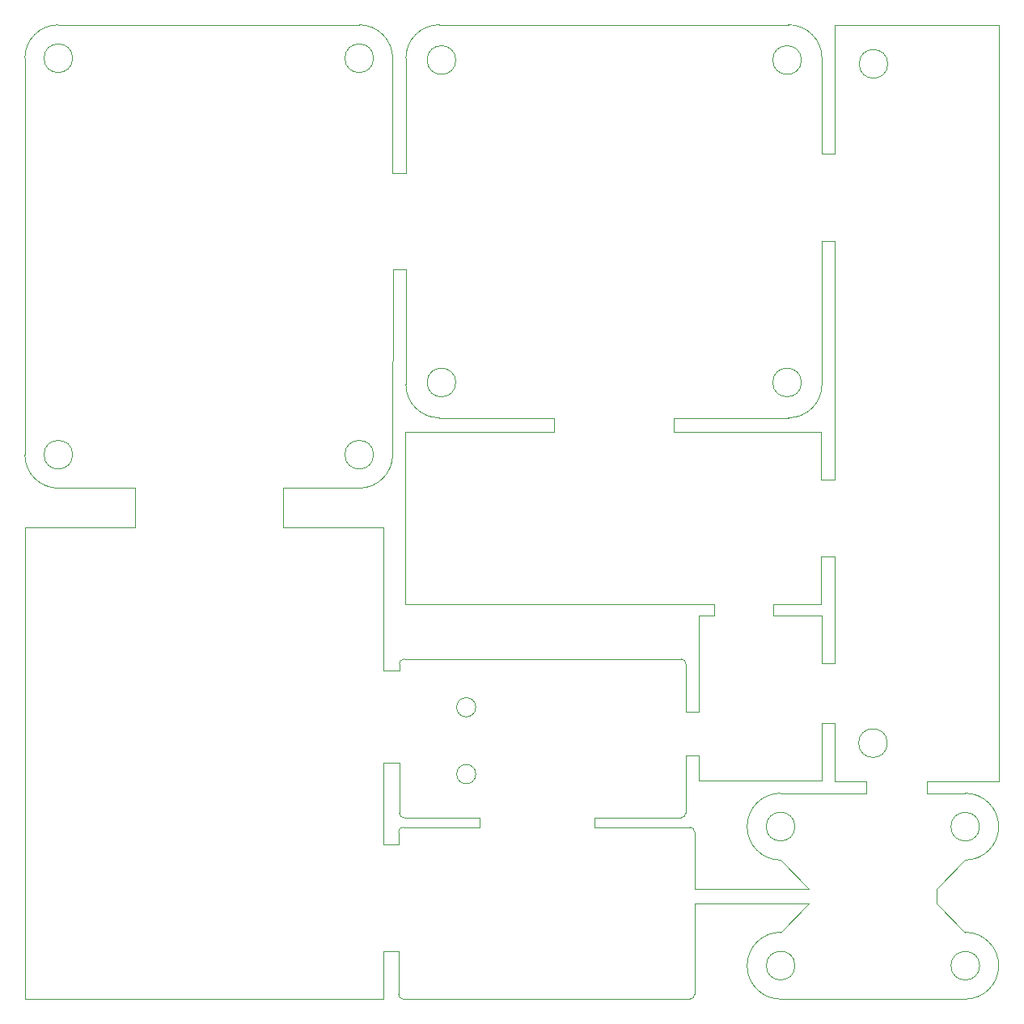
<source format=gbr>
%TF.GenerationSoftware,KiCad,Pcbnew,7.0.8*%
%TF.CreationDate,2024-03-05T23:25:34+02:00*%
%TF.ProjectId,JLC4_RoboChalangeBoards,4a4c4334-5f52-46f6-926f-4368616c616e,rev?*%
%TF.SameCoordinates,Original*%
%TF.FileFunction,Profile,NP*%
%FSLAX46Y46*%
G04 Gerber Fmt 4.6, Leading zero omitted, Abs format (unit mm)*
G04 Created by KiCad (PCBNEW 7.0.8) date 2024-03-05 23:25:34*
%MOMM*%
%LPD*%
G01*
G04 APERTURE LIST*
%TA.AperFunction,Profile*%
%ADD10C,0.100000*%
%TD*%
G04 APERTURE END LIST*
D10*
X123020000Y-110090000D02*
X123020000Y-105090000D01*
X51200000Y-102070000D02*
X39700000Y-102070000D01*
X124500000Y-97090000D02*
X124500000Y-72090000D01*
X118800000Y-129880000D02*
G75*
G03*
X115300000Y-133380000I-100J-3499900D01*
G01*
X123120000Y-111260000D02*
X123120000Y-116260000D01*
X118800000Y-136880000D02*
X121800000Y-139880000D01*
X108895000Y-131950000D02*
X108900000Y-125950000D01*
X118020000Y-110090000D02*
X118020000Y-111260000D01*
X135140000Y-139880000D02*
X135140000Y-141440000D01*
X107630000Y-90590000D02*
X107630000Y-92090000D01*
X108895000Y-116340000D02*
G75*
G03*
X108395000Y-115840000I-500100J-100D01*
G01*
X123020000Y-105090000D02*
X124500000Y-105090000D01*
X110290000Y-121340000D02*
X110290000Y-111260000D01*
X109310000Y-151435000D02*
G75*
G03*
X109810000Y-150935000I0J500000D01*
G01*
X123110000Y-128560000D02*
X123110000Y-122560000D01*
X123135000Y-87090000D02*
X123130000Y-72090000D01*
X79585000Y-75090000D02*
X78205000Y-75090000D01*
X83085000Y-49440000D02*
G75*
G03*
X79585000Y-52940000I0J-3500000D01*
G01*
X110290000Y-111260000D02*
X111880000Y-111270000D01*
X79310000Y-133435000D02*
X87310000Y-133430000D01*
X39700000Y-52950000D02*
X39700000Y-94450000D01*
X77200000Y-135270000D02*
X78810000Y-135270000D01*
X120985000Y-86890000D02*
G75*
G03*
X120985000Y-86890000I-1500000J0D01*
G01*
X119635000Y-90590000D02*
G75*
G03*
X123135000Y-87090000I0J3500000D01*
G01*
X74700000Y-97950000D02*
G75*
G03*
X78200000Y-94450000I-70J3500070D01*
G01*
X39700000Y-94450000D02*
G75*
G03*
X43200000Y-97950000I3499900J-100D01*
G01*
X43200000Y-49450000D02*
G75*
G03*
X39700000Y-52950000I-140J-3499860D01*
G01*
X121800000Y-141440000D02*
X109810000Y-141440000D01*
X138135126Y-136884874D02*
X135140000Y-139880000D01*
X115304874Y-147935126D02*
G75*
G03*
X118804874Y-151435126I3500026J26D01*
G01*
X83085000Y-90590000D02*
X95090000Y-90590000D01*
X77205000Y-126700000D02*
X78895000Y-126700000D01*
X87310000Y-132450000D02*
X79395000Y-132450000D01*
X108395000Y-132450000D02*
G75*
G03*
X108895000Y-131950000I0J500000D01*
G01*
X141640000Y-147940000D02*
G75*
G03*
X138140000Y-144440000I-3500000J0D01*
G01*
X123130000Y-72090000D02*
X124500000Y-72090000D01*
X120985000Y-53140000D02*
G75*
G03*
X120985000Y-53140000I-1500000J0D01*
G01*
X84805000Y-86890000D02*
G75*
G03*
X84805000Y-86890000I-1500000J0D01*
G01*
X79395000Y-115840000D02*
G75*
G03*
X78895000Y-116340000I100J-500100D01*
G01*
X123130000Y-62940000D02*
X124500000Y-62940000D01*
X44700000Y-52950000D02*
G75*
G03*
X44700000Y-52950000I-1500000J0D01*
G01*
X99310000Y-133430000D02*
X99310000Y-132450000D01*
X124500000Y-116260000D02*
X124500000Y-105090000D01*
X79580000Y-64950000D02*
X79585000Y-52940000D01*
X109810000Y-141440000D02*
X109810000Y-150935000D01*
X74700000Y-49450000D02*
X43200000Y-49450000D01*
X111880000Y-110095000D02*
X111880000Y-111270000D01*
X83085000Y-49440000D02*
X119635000Y-49440000D01*
X138140000Y-151440000D02*
X118804874Y-151435126D01*
X139640000Y-147940000D02*
G75*
G03*
X139640000Y-147940000I-1500000J0D01*
G01*
X139630000Y-133390000D02*
G75*
G03*
X139630000Y-133390000I-1500000J0D01*
G01*
X138135126Y-136884826D02*
G75*
G03*
X141635126Y-133384874I174J3499826D01*
G01*
X77200000Y-135270000D02*
X77205000Y-126700000D01*
X124500000Y-62940000D02*
X124500000Y-49440000D01*
X79310000Y-133435000D02*
G75*
G03*
X78810000Y-133935000I-100J-499900D01*
G01*
X141635126Y-133384874D02*
G75*
G03*
X138135126Y-129884874I-3500026J-26D01*
G01*
X78810000Y-146440000D02*
X78810000Y-150935000D01*
X86898603Y-120886496D02*
G75*
G03*
X86898603Y-120886496I-1000050J0D01*
G01*
X130025000Y-53540000D02*
G75*
G03*
X130025000Y-53540000I-1500000J0D01*
G01*
X123020000Y-92090000D02*
X123020000Y-97090000D01*
X78895000Y-126700000D02*
X78895000Y-131950000D01*
X86898603Y-127886496D02*
G75*
G03*
X86898603Y-127886496I-1000050J0D01*
G01*
X110290000Y-128560000D02*
X123110000Y-128560000D01*
X78810000Y-150935000D02*
G75*
G03*
X79310000Y-151435000I499800J-200D01*
G01*
X39700000Y-151440000D02*
X77240000Y-151440000D01*
X118800000Y-129880000D02*
X127800000Y-129880000D01*
X77240000Y-151440000D02*
X77240000Y-146440000D01*
X134100000Y-129890000D02*
X134100000Y-128640000D01*
X95090000Y-90590000D02*
X95090000Y-92090000D01*
X44700000Y-94450000D02*
G75*
G03*
X44700000Y-94450000I-1500000J0D01*
G01*
X108895000Y-116340000D02*
X108900000Y-121340000D01*
X76200000Y-52950000D02*
G75*
G03*
X76200000Y-52950000I-1500000J0D01*
G01*
X110290000Y-125950000D02*
X108900000Y-125950000D01*
X129975000Y-124640000D02*
G75*
G03*
X129975000Y-124640000I-1500000J0D01*
G01*
X123120000Y-111260000D02*
X118020000Y-111260000D01*
X118804874Y-144435174D02*
G75*
G03*
X115304874Y-147935126I-174J-3499826D01*
G01*
X138135126Y-129884874D02*
X134100000Y-129890000D01*
X66700000Y-102060000D02*
X77200000Y-102060000D01*
X123020000Y-110090000D02*
X118020000Y-110090000D01*
X84805000Y-53140000D02*
G75*
G03*
X84805000Y-53140000I-1500000J0D01*
G01*
X123110000Y-122560000D02*
X124500000Y-122560000D01*
X87310000Y-133430000D02*
X87310000Y-132450000D01*
X79585000Y-87090000D02*
G75*
G03*
X83085000Y-90590000I3500000J0D01*
G01*
X78200000Y-64950000D02*
X79580000Y-64950000D01*
X123135000Y-52940000D02*
X123130000Y-62940000D01*
X109310000Y-133435000D02*
X99310000Y-133430000D01*
X108900000Y-121340000D02*
X110290000Y-121340000D01*
X120300000Y-133380000D02*
G75*
G03*
X120300000Y-133380000I-1500000J0D01*
G01*
X124500000Y-49440000D02*
X141700000Y-49440000D01*
X111880000Y-110095000D02*
X79530000Y-110090000D01*
X76200000Y-94450000D02*
G75*
G03*
X76200000Y-94450000I-1500000J0D01*
G01*
X121800000Y-139880000D02*
X109810000Y-139880000D01*
X118804874Y-144435126D02*
X121800000Y-141440000D01*
X95090000Y-92090000D02*
X79530000Y-92090000D01*
X110290000Y-128560000D02*
X110290000Y-125950000D01*
X108395000Y-115840000D02*
X79395000Y-115840000D01*
X124500000Y-122560000D02*
X124500000Y-128640000D01*
X138140000Y-151440000D02*
G75*
G03*
X141640000Y-147940000I100J3499900D01*
G01*
X78895000Y-116340000D02*
X78900000Y-117060000D01*
X127800000Y-128640000D02*
X124500000Y-128640000D01*
X127800000Y-129880000D02*
X127800000Y-128640000D01*
X109310000Y-151435000D02*
X79310000Y-151435000D01*
X119635000Y-90590000D02*
X107630000Y-90590000D01*
X141700000Y-49440000D02*
X141700000Y-128640000D01*
X74700000Y-97950000D02*
X66700000Y-97950000D01*
X51200000Y-97950000D02*
X51200000Y-102070000D01*
X43200000Y-97950000D02*
X51200000Y-97950000D01*
X123135000Y-52940000D02*
G75*
G03*
X119635000Y-49440000I-3500000J0D01*
G01*
X123120000Y-116260000D02*
X124500000Y-116260000D01*
X78895000Y-131950000D02*
G75*
G03*
X79395000Y-132450000I499900J-100D01*
G01*
X99310000Y-132450000D02*
X108395000Y-132450000D01*
X107630000Y-92090000D02*
X123020000Y-92090000D01*
X120310000Y-147930000D02*
G75*
G03*
X120310000Y-147930000I-1500000J0D01*
G01*
X78205000Y-75090000D02*
X78200000Y-94450000D01*
X138140000Y-144440000D02*
X135140000Y-141440000D01*
X39700000Y-102070000D02*
X39700000Y-151440000D01*
X79585000Y-87090000D02*
X79585000Y-75090000D01*
X134100000Y-128640000D02*
X141700000Y-128640000D01*
X77240000Y-146440000D02*
X78810000Y-146440000D01*
X66700000Y-97950000D02*
X66700000Y-102060000D01*
X123020000Y-97090000D02*
X124500000Y-97090000D01*
X109810000Y-133935000D02*
G75*
G03*
X109310000Y-133435000I-500000J0D01*
G01*
X78200000Y-52950000D02*
X78200000Y-64950000D01*
X115300000Y-133380000D02*
G75*
G03*
X118800000Y-136880000I3500000J0D01*
G01*
X79530000Y-110090000D02*
X79530000Y-92090000D01*
X109810000Y-133935000D02*
X109810000Y-139880000D01*
X77210000Y-117060000D02*
X78900000Y-117060000D01*
X77200000Y-102060000D02*
X77210000Y-117060000D01*
X78810000Y-133935000D02*
X78810000Y-135270000D01*
X78200000Y-52950000D02*
G75*
G03*
X74700000Y-49450000I-3499900J100D01*
G01*
M02*

</source>
